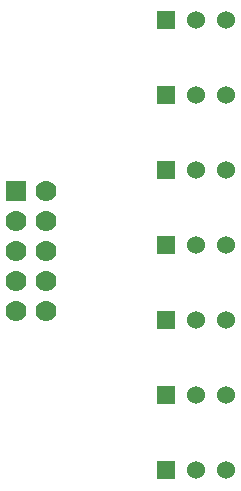
<source format=gts>
G04 (created by PCBNEW (2013-jul-07)-stable) date Thu 17 Jan 2019 05:41:25 PM PST*
%MOIN*%
G04 Gerber Fmt 3.4, Leading zero omitted, Abs format*
%FSLAX34Y34*%
G01*
G70*
G90*
G04 APERTURE LIST*
%ADD10C,0.00590551*%
%ADD11R,0.07X0.07*%
%ADD12C,0.07*%
%ADD13R,0.06X0.06*%
%ADD14C,0.06*%
G04 APERTURE END LIST*
G54D10*
G54D11*
X22500Y-28200D03*
G54D12*
X23500Y-28200D03*
X22500Y-29200D03*
X23500Y-29200D03*
X22500Y-30200D03*
X23500Y-30200D03*
X22500Y-31200D03*
X23500Y-31200D03*
X22500Y-32200D03*
X23500Y-32200D03*
G54D13*
X27500Y-22500D03*
G54D14*
X28500Y-22500D03*
X29500Y-22500D03*
G54D13*
X27500Y-25000D03*
G54D14*
X28500Y-25000D03*
X29500Y-25000D03*
G54D13*
X27500Y-27500D03*
G54D14*
X28500Y-27500D03*
X29500Y-27500D03*
G54D13*
X27500Y-30000D03*
G54D14*
X28500Y-30000D03*
X29500Y-30000D03*
G54D13*
X27500Y-32500D03*
G54D14*
X28500Y-32500D03*
X29500Y-32500D03*
G54D13*
X27500Y-35000D03*
G54D14*
X28500Y-35000D03*
X29500Y-35000D03*
G54D13*
X27500Y-37500D03*
G54D14*
X28500Y-37500D03*
X29500Y-37500D03*
M02*

</source>
